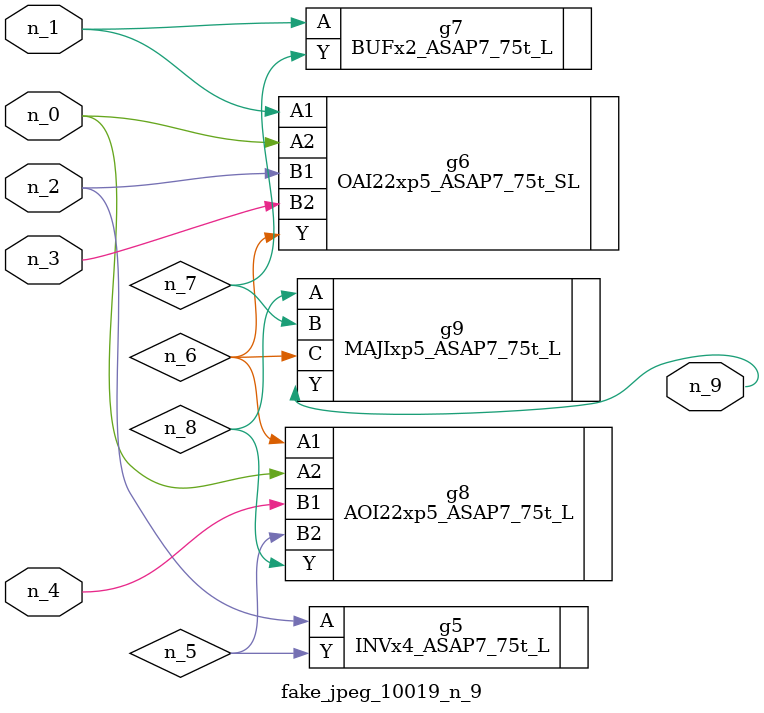
<source format=v>
module fake_jpeg_10019_n_9 (n_3, n_2, n_1, n_0, n_4, n_9);

input n_3;
input n_2;
input n_1;
input n_0;
input n_4;

output n_9;

wire n_8;
wire n_6;
wire n_5;
wire n_7;

INVx4_ASAP7_75t_L g5 ( 
.A(n_2),
.Y(n_5)
);

OAI22xp5_ASAP7_75t_SL g6 ( 
.A1(n_1),
.A2(n_0),
.B1(n_2),
.B2(n_3),
.Y(n_6)
);

BUFx2_ASAP7_75t_L g7 ( 
.A(n_1),
.Y(n_7)
);

AOI22xp5_ASAP7_75t_L g8 ( 
.A1(n_6),
.A2(n_0),
.B1(n_4),
.B2(n_5),
.Y(n_8)
);

MAJIxp5_ASAP7_75t_L g9 ( 
.A(n_8),
.B(n_7),
.C(n_6),
.Y(n_9)
);


endmodule
</source>
